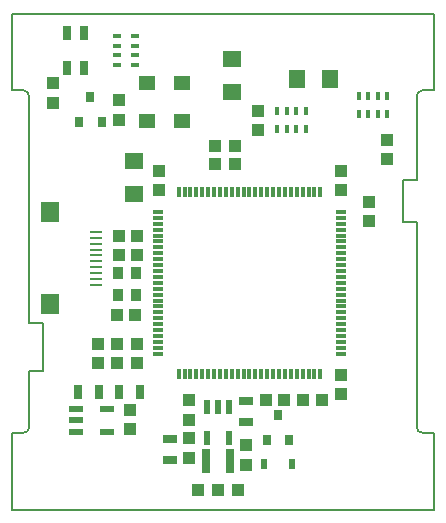
<source format=gbr>
%TF.GenerationSoftware,KiCad,Pcbnew,5.0.2-bee76a0~70~ubuntu18.04.1*%
%TF.CreationDate,2020-02-29T17:30:31-08:00*%
%TF.ProjectId,base,62617365-2e6b-4696-9361-645f70636258,rev?*%
%TF.SameCoordinates,Original*%
%TF.FileFunction,Paste,Top*%
%TF.FilePolarity,Positive*%
%FSLAX46Y46*%
G04 Gerber Fmt 4.6, Leading zero omitted, Abs format (unit mm)*
G04 Created by KiCad (PCBNEW 5.0.2-bee76a0~70~ubuntu18.04.1) date Sat 29 Feb 2020 05:30:31 PM PST*
%MOMM*%
%LPD*%
G01*
G04 APERTURE LIST*
%ADD10C,0.150000*%
%ADD11R,1.000000X1.100000*%
%ADD12R,0.550000X1.200000*%
%ADD13R,0.630000X0.830000*%
%ADD14R,0.800000X0.900000*%
%ADD15R,0.800000X2.000000*%
%ADD16R,1.200000X0.800000*%
%ADD17R,1.000000X1.000000*%
%ADD18R,0.900000X1.000000*%
%ADD19R,0.700000X1.200000*%
%ADD20R,0.450000X0.700000*%
%ADD21R,1.600000X1.400000*%
%ADD22R,0.700000X0.450000*%
%ADD23R,0.300000X0.900000*%
%ADD24R,0.900000X0.300000*%
%ADD25R,0.800000X1.200000*%
%ADD26R,1.400000X1.600000*%
%ADD27R,1.400000X1.200000*%
%ADD28R,1.200000X0.550000*%
%ADD29R,1.100000X1.000000*%
%ADD30R,1.500000X1.700000*%
%ADD31R,1.100000X0.250000*%
G04 APERTURE END LIST*
D10*
X131000500Y-114280540D02*
X131000500Y-118280540D01*
X162651441Y-102162541D02*
X162651441Y-95050541D01*
X161502382Y-105714800D02*
X162651441Y-105714800D01*
X161502382Y-102162541D02*
X162651441Y-102162541D01*
X129851441Y-123050540D02*
G75*
G02X129351441Y-123550540I-500000J0D01*
G01*
X129351441Y-94550541D02*
G75*
G02X129851441Y-95050541I0J-500000D01*
G01*
X162651441Y-95050541D02*
G75*
G02X163151441Y-94550541I500000J0D01*
G01*
X163151441Y-123550540D02*
G75*
G02X162651441Y-123050540I0J500000D01*
G01*
X128351441Y-88050540D02*
X128351441Y-94550540D01*
X163151441Y-94550541D02*
X164151441Y-94550540D01*
X162651441Y-123050540D02*
X162651441Y-105714800D01*
X164151441Y-123550540D02*
X163151441Y-123550540D01*
X164151441Y-94550540D02*
X164151440Y-88050541D01*
X129851441Y-95050541D02*
X129851441Y-114280540D01*
X128351441Y-94550540D02*
X129351441Y-94550541D01*
X128351441Y-130050540D02*
X162651440Y-130050540D01*
X129851441Y-114280540D02*
X131000500Y-114280540D01*
X161502382Y-102162541D02*
X161502382Y-105714800D01*
X162651440Y-88050540D02*
X128351441Y-88050540D01*
X131000500Y-118280540D02*
X129851441Y-118280540D01*
X128351441Y-123550540D02*
X128351441Y-130050540D01*
X129351441Y-123550540D02*
X128351441Y-123550540D01*
X129851441Y-118280540D02*
X129851441Y-123050540D01*
X162651440Y-130050540D02*
X164151440Y-130050540D01*
X164151440Y-88050541D02*
X162651440Y-88050540D01*
X164151440Y-130050540D02*
X164151441Y-123550540D01*
D11*
X143421100Y-122490600D03*
X143421100Y-120790600D03*
D12*
X146784100Y-123956700D03*
X144884100Y-123956700D03*
X144884100Y-121356500D03*
X145834100Y-121356500D03*
X146784100Y-121356500D03*
D11*
X143421100Y-125665600D03*
X143421100Y-123965600D03*
D13*
X149764100Y-126212600D03*
X152064100Y-126212600D03*
D11*
X148247100Y-126300600D03*
X148247100Y-124600600D03*
D14*
X149964100Y-124164600D03*
X151864100Y-124164600D03*
X150914100Y-122064600D03*
D15*
X144834100Y-125958600D03*
X146834100Y-125958600D03*
D16*
X141770100Y-125842600D03*
X141770100Y-124042600D03*
X148247100Y-120867600D03*
X148247100Y-122667600D03*
D17*
X153035100Y-120751600D03*
X154635100Y-120751600D03*
X149860100Y-120751600D03*
X151460100Y-120751600D03*
X158597600Y-104000400D03*
X158597600Y-105600400D03*
D18*
X137376000Y-111898000D03*
X138926000Y-111898000D03*
X137376000Y-110048000D03*
X138926000Y-110048000D03*
D17*
X135674100Y-117614600D03*
X135674100Y-116014600D03*
X138938000Y-106896000D03*
X138938000Y-108496000D03*
X156248100Y-120281600D03*
X156248100Y-118681600D03*
X137325100Y-117614600D03*
X137325100Y-116014600D03*
X138976100Y-117614600D03*
X138976100Y-116014600D03*
X137477500Y-108496000D03*
X137477500Y-106896000D03*
X138849000Y-113601500D03*
X137249000Y-113601500D03*
X140881100Y-101409600D03*
X140881100Y-103009600D03*
X149250000Y-97900000D03*
X149250000Y-96300000D03*
D19*
X134469100Y-92660600D03*
X133069100Y-92660600D03*
X134469100Y-89660600D03*
X133069100Y-89660600D03*
D17*
X156248100Y-101409600D03*
X156248100Y-103009600D03*
D14*
X134089100Y-97240600D03*
X135989100Y-97240600D03*
X135039100Y-95140600D03*
D20*
X153269100Y-97807600D03*
X152469100Y-97807600D03*
X151669100Y-97807600D03*
X150869100Y-97807600D03*
X150869100Y-96257600D03*
X151669100Y-96257600D03*
X152469100Y-96257600D03*
X153269100Y-96257600D03*
X157769100Y-95034600D03*
X158569100Y-95034600D03*
X159369100Y-95034600D03*
X160169100Y-95034600D03*
X160169100Y-96584600D03*
X159369100Y-96584600D03*
X158569100Y-96584600D03*
X157769100Y-96584600D03*
D11*
X137452100Y-97090600D03*
X137452100Y-95390600D03*
D21*
X138722100Y-103355600D03*
X138722100Y-100555600D03*
D22*
X138798600Y-89960600D03*
X138798600Y-90760600D03*
X138798600Y-91560600D03*
X138798600Y-92360600D03*
X137248600Y-92360600D03*
X137248600Y-91560600D03*
X137248600Y-90760600D03*
X137248600Y-89960600D03*
D11*
X131889000Y-95631000D03*
X131889000Y-93931000D03*
D17*
X160150000Y-100350000D03*
X160150000Y-98750000D03*
D23*
X142501100Y-103125600D03*
X143001100Y-103125600D03*
X143501100Y-103125600D03*
X144001100Y-103125600D03*
X144501100Y-103125600D03*
X145001100Y-103125600D03*
X145501100Y-103125600D03*
X146001100Y-103125600D03*
X146501100Y-103125600D03*
X147001100Y-103125600D03*
X147501100Y-103125600D03*
X148001100Y-103125600D03*
X148501100Y-103125600D03*
X149001100Y-103125600D03*
X149501100Y-103125600D03*
X150001100Y-103125600D03*
X150501100Y-103125600D03*
X151001100Y-103125600D03*
X151501100Y-103125600D03*
X152001100Y-103125600D03*
X152501100Y-103125600D03*
X153001100Y-103125600D03*
X153501100Y-103125600D03*
X154001100Y-103125600D03*
X154501100Y-103125600D03*
D24*
X156221100Y-104845600D03*
X156221100Y-105345600D03*
X156221100Y-105845600D03*
X156221100Y-106345600D03*
X156221100Y-106845600D03*
X156221100Y-107345600D03*
X156221100Y-107845600D03*
X156221100Y-108345600D03*
X156221100Y-108845600D03*
X156221100Y-109345600D03*
X156221100Y-109845600D03*
X156221100Y-110345600D03*
X156221100Y-110845600D03*
X156221100Y-111345600D03*
X156221100Y-111845600D03*
X156221100Y-112345600D03*
X156221100Y-112845600D03*
X156221100Y-113345600D03*
X156221100Y-113845600D03*
X156221100Y-114345600D03*
X156221100Y-114845600D03*
X156221100Y-115345600D03*
X156221100Y-115845600D03*
X156221100Y-116345600D03*
X156221100Y-116845600D03*
D23*
X154501100Y-118565600D03*
X154001100Y-118565600D03*
X153501100Y-118565600D03*
X153001100Y-118565600D03*
X152501100Y-118565600D03*
X152001100Y-118565600D03*
X151501100Y-118565600D03*
X151001100Y-118565600D03*
X150501100Y-118565600D03*
X150001100Y-118565600D03*
X149501100Y-118565600D03*
X149001100Y-118565600D03*
X148501100Y-118565600D03*
X148001100Y-118565600D03*
X147501100Y-118565600D03*
X147001100Y-118565600D03*
X146501100Y-118565600D03*
X146001100Y-118565600D03*
X145501100Y-118565600D03*
X145001100Y-118565600D03*
X144501100Y-118565600D03*
X144001100Y-118565600D03*
X143501100Y-118565600D03*
X143001100Y-118565600D03*
X142501100Y-118565600D03*
D24*
X140781100Y-116845600D03*
X140781100Y-116345600D03*
X140781100Y-115845600D03*
X140781100Y-115345600D03*
X140781100Y-114845600D03*
X140781100Y-114345600D03*
X140781100Y-113845600D03*
X140781100Y-113345600D03*
X140781100Y-112845600D03*
X140781100Y-112345600D03*
X140781100Y-111845600D03*
X140781100Y-111345600D03*
X140781100Y-110845600D03*
X140781100Y-110345600D03*
X140781100Y-109845600D03*
X140781100Y-109345600D03*
X140781100Y-108845600D03*
X140781100Y-108345600D03*
X140781100Y-107845600D03*
X140781100Y-107345600D03*
X140781100Y-106845600D03*
X140781100Y-106345600D03*
X140781100Y-105845600D03*
X140781100Y-105345600D03*
X140781100Y-104845600D03*
D25*
X133950000Y-120100000D03*
X135750000Y-120100000D03*
D17*
X138350000Y-121600000D03*
X138350000Y-123200000D03*
D26*
X155300000Y-93550000D03*
X152500000Y-93550000D03*
D25*
X137450000Y-120050000D03*
X139250000Y-120050000D03*
D27*
X142811500Y-93904000D03*
X142811500Y-97104000D03*
X139827000Y-97104000D03*
X139827000Y-93904000D03*
D28*
X136400200Y-121550000D03*
X136400200Y-123450000D03*
X133800000Y-123450000D03*
X133800000Y-122500000D03*
X133800000Y-121550000D03*
D29*
X147508680Y-128401980D03*
X145808680Y-128401980D03*
X145809541Y-128402380D03*
X144109541Y-128402380D03*
D30*
X131609000Y-112675500D03*
X131609000Y-104875500D03*
D31*
X135509000Y-111025500D03*
X135509000Y-110525500D03*
X135509000Y-110025500D03*
X135509000Y-109525500D03*
X135509000Y-109025500D03*
X135509000Y-108525500D03*
X135509000Y-108025500D03*
X135509000Y-107525500D03*
X135509000Y-107025500D03*
X135509000Y-106525500D03*
D29*
X147300000Y-100800000D03*
X145600000Y-100800000D03*
X145600000Y-99300000D03*
X147300000Y-99300000D03*
D21*
X147050000Y-94700000D03*
X147050000Y-91900000D03*
M02*

</source>
